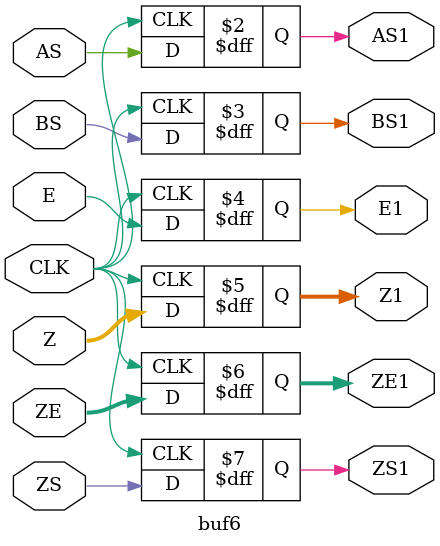
<source format=v>
`timescale 1ns / 1ps
module buf6(
    input CLK,
    input AS,
    input BS,
    input E,
    input [23:0] Z,
    input [7:0] ZE,
    input ZS,
    output reg AS1,
    output reg BS1,
    output reg E1,
    output reg [23:0] Z1,
    output reg [7:0] ZE1,
    output reg ZS1
    );

always @(posedge CLK) begin
AS1<=AS;
BS1<=BS;
E1<=E;
Z1<=Z;
ZE1<=ZE;
ZS1<=ZS;
end
endmodule

</source>
